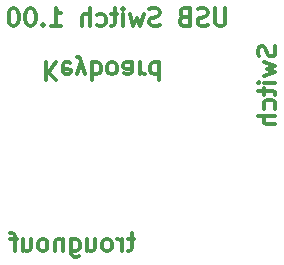
<source format=gbo>
G04 #@! TF.FileFunction,Legend,Bot*
%FSLAX46Y46*%
G04 Gerber Fmt 4.6, Leading zero omitted, Abs format (unit mm)*
G04 Created by KiCad (PCBNEW 4.0.1-stable) date Fri 01 Jan 2016 07:05:39 PM EST*
%MOMM*%
G01*
G04 APERTURE LIST*
%ADD10C,0.100000*%
%ADD11C,0.300000*%
G04 APERTURE END LIST*
D10*
D11*
X210792143Y-128758571D02*
X210863571Y-128972857D01*
X210863571Y-129330000D01*
X210792143Y-129472857D01*
X210720714Y-129544286D01*
X210577857Y-129615714D01*
X210435000Y-129615714D01*
X210292143Y-129544286D01*
X210220714Y-129472857D01*
X210149286Y-129330000D01*
X210077857Y-129044286D01*
X210006429Y-128901428D01*
X209935000Y-128830000D01*
X209792143Y-128758571D01*
X209649286Y-128758571D01*
X209506429Y-128830000D01*
X209435000Y-128901428D01*
X209363571Y-129044286D01*
X209363571Y-129401428D01*
X209435000Y-129615714D01*
X209863571Y-130115714D02*
X210863571Y-130401428D01*
X210149286Y-130687142D01*
X210863571Y-130972857D01*
X209863571Y-131258571D01*
X210863571Y-131830000D02*
X209863571Y-131830000D01*
X209363571Y-131830000D02*
X209435000Y-131758571D01*
X209506429Y-131830000D01*
X209435000Y-131901428D01*
X209363571Y-131830000D01*
X209506429Y-131830000D01*
X209863571Y-132330000D02*
X209863571Y-132901429D01*
X209363571Y-132544286D02*
X210649286Y-132544286D01*
X210792143Y-132615714D01*
X210863571Y-132758572D01*
X210863571Y-132901429D01*
X210792143Y-134044286D02*
X210863571Y-133901429D01*
X210863571Y-133615715D01*
X210792143Y-133472857D01*
X210720714Y-133401429D01*
X210577857Y-133330000D01*
X210149286Y-133330000D01*
X210006429Y-133401429D01*
X209935000Y-133472857D01*
X209863571Y-133615715D01*
X209863571Y-133901429D01*
X209935000Y-134044286D01*
X210863571Y-134687143D02*
X209363571Y-134687143D01*
X210863571Y-135330000D02*
X210077857Y-135330000D01*
X209935000Y-135258571D01*
X209863571Y-135115714D01*
X209863571Y-134901429D01*
X209935000Y-134758571D01*
X210006429Y-134687143D01*
X191429286Y-130131429D02*
X191429286Y-131631429D01*
X192286429Y-130131429D02*
X191643572Y-130988571D01*
X192286429Y-131631429D02*
X191429286Y-130774286D01*
X193500714Y-130202857D02*
X193357857Y-130131429D01*
X193072143Y-130131429D01*
X192929286Y-130202857D01*
X192857857Y-130345714D01*
X192857857Y-130917143D01*
X192929286Y-131060000D01*
X193072143Y-131131429D01*
X193357857Y-131131429D01*
X193500714Y-131060000D01*
X193572143Y-130917143D01*
X193572143Y-130774286D01*
X192857857Y-130631429D01*
X194072143Y-131131429D02*
X194429286Y-130131429D01*
X194786428Y-131131429D02*
X194429286Y-130131429D01*
X194286428Y-129774286D01*
X194215000Y-129702857D01*
X194072143Y-129631429D01*
X195357857Y-130131429D02*
X195357857Y-131631429D01*
X195357857Y-131060000D02*
X195500714Y-131131429D01*
X195786428Y-131131429D01*
X195929285Y-131060000D01*
X196000714Y-130988571D01*
X196072143Y-130845714D01*
X196072143Y-130417143D01*
X196000714Y-130274286D01*
X195929285Y-130202857D01*
X195786428Y-130131429D01*
X195500714Y-130131429D01*
X195357857Y-130202857D01*
X196929286Y-130131429D02*
X196786428Y-130202857D01*
X196715000Y-130274286D01*
X196643571Y-130417143D01*
X196643571Y-130845714D01*
X196715000Y-130988571D01*
X196786428Y-131060000D01*
X196929286Y-131131429D01*
X197143571Y-131131429D01*
X197286428Y-131060000D01*
X197357857Y-130988571D01*
X197429286Y-130845714D01*
X197429286Y-130417143D01*
X197357857Y-130274286D01*
X197286428Y-130202857D01*
X197143571Y-130131429D01*
X196929286Y-130131429D01*
X198715000Y-130131429D02*
X198715000Y-130917143D01*
X198643571Y-131060000D01*
X198500714Y-131131429D01*
X198215000Y-131131429D01*
X198072143Y-131060000D01*
X198715000Y-130202857D02*
X198572143Y-130131429D01*
X198215000Y-130131429D01*
X198072143Y-130202857D01*
X198000714Y-130345714D01*
X198000714Y-130488571D01*
X198072143Y-130631429D01*
X198215000Y-130702857D01*
X198572143Y-130702857D01*
X198715000Y-130774286D01*
X199429286Y-130131429D02*
X199429286Y-131131429D01*
X199429286Y-130845714D02*
X199500714Y-130988571D01*
X199572143Y-131060000D01*
X199715000Y-131131429D01*
X199857857Y-131131429D01*
X201000714Y-130131429D02*
X201000714Y-131631429D01*
X201000714Y-130202857D02*
X200857857Y-130131429D01*
X200572143Y-130131429D01*
X200429285Y-130202857D01*
X200357857Y-130274286D01*
X200286428Y-130417143D01*
X200286428Y-130845714D01*
X200357857Y-130988571D01*
X200429285Y-131060000D01*
X200572143Y-131131429D01*
X200857857Y-131131429D01*
X201000714Y-131060000D01*
X206627856Y-125543571D02*
X206627856Y-126757857D01*
X206556428Y-126900714D01*
X206484999Y-126972143D01*
X206342142Y-127043571D01*
X206056428Y-127043571D01*
X205913570Y-126972143D01*
X205842142Y-126900714D01*
X205770713Y-126757857D01*
X205770713Y-125543571D01*
X205127856Y-126972143D02*
X204913570Y-127043571D01*
X204556427Y-127043571D01*
X204413570Y-126972143D01*
X204342141Y-126900714D01*
X204270713Y-126757857D01*
X204270713Y-126615000D01*
X204342141Y-126472143D01*
X204413570Y-126400714D01*
X204556427Y-126329286D01*
X204842141Y-126257857D01*
X204984999Y-126186429D01*
X205056427Y-126115000D01*
X205127856Y-125972143D01*
X205127856Y-125829286D01*
X205056427Y-125686429D01*
X204984999Y-125615000D01*
X204842141Y-125543571D01*
X204484999Y-125543571D01*
X204270713Y-125615000D01*
X203127856Y-126257857D02*
X202913570Y-126329286D01*
X202842142Y-126400714D01*
X202770713Y-126543571D01*
X202770713Y-126757857D01*
X202842142Y-126900714D01*
X202913570Y-126972143D01*
X203056428Y-127043571D01*
X203627856Y-127043571D01*
X203627856Y-125543571D01*
X203127856Y-125543571D01*
X202984999Y-125615000D01*
X202913570Y-125686429D01*
X202842142Y-125829286D01*
X202842142Y-125972143D01*
X202913570Y-126115000D01*
X202984999Y-126186429D01*
X203127856Y-126257857D01*
X203627856Y-126257857D01*
X201056428Y-126972143D02*
X200842142Y-127043571D01*
X200484999Y-127043571D01*
X200342142Y-126972143D01*
X200270713Y-126900714D01*
X200199285Y-126757857D01*
X200199285Y-126615000D01*
X200270713Y-126472143D01*
X200342142Y-126400714D01*
X200484999Y-126329286D01*
X200770713Y-126257857D01*
X200913571Y-126186429D01*
X200984999Y-126115000D01*
X201056428Y-125972143D01*
X201056428Y-125829286D01*
X200984999Y-125686429D01*
X200913571Y-125615000D01*
X200770713Y-125543571D01*
X200413571Y-125543571D01*
X200199285Y-125615000D01*
X199699285Y-126043571D02*
X199413571Y-127043571D01*
X199127857Y-126329286D01*
X198842142Y-127043571D01*
X198556428Y-126043571D01*
X197984999Y-127043571D02*
X197984999Y-126043571D01*
X197984999Y-125543571D02*
X198056428Y-125615000D01*
X197984999Y-125686429D01*
X197913571Y-125615000D01*
X197984999Y-125543571D01*
X197984999Y-125686429D01*
X197484999Y-126043571D02*
X196913570Y-126043571D01*
X197270713Y-125543571D02*
X197270713Y-126829286D01*
X197199285Y-126972143D01*
X197056427Y-127043571D01*
X196913570Y-127043571D01*
X195770713Y-126972143D02*
X195913570Y-127043571D01*
X196199284Y-127043571D01*
X196342142Y-126972143D01*
X196413570Y-126900714D01*
X196484999Y-126757857D01*
X196484999Y-126329286D01*
X196413570Y-126186429D01*
X196342142Y-126115000D01*
X196199284Y-126043571D01*
X195913570Y-126043571D01*
X195770713Y-126115000D01*
X195127856Y-127043571D02*
X195127856Y-125543571D01*
X194484999Y-127043571D02*
X194484999Y-126257857D01*
X194556428Y-126115000D01*
X194699285Y-126043571D01*
X194913570Y-126043571D01*
X195056428Y-126115000D01*
X195127856Y-126186429D01*
X191842142Y-127043571D02*
X192699285Y-127043571D01*
X192270713Y-127043571D02*
X192270713Y-125543571D01*
X192413570Y-125757857D01*
X192556428Y-125900714D01*
X192699285Y-125972143D01*
X191199285Y-126900714D02*
X191127857Y-126972143D01*
X191199285Y-127043571D01*
X191270714Y-126972143D01*
X191199285Y-126900714D01*
X191199285Y-127043571D01*
X190199285Y-125543571D02*
X190056428Y-125543571D01*
X189913571Y-125615000D01*
X189842142Y-125686429D01*
X189770713Y-125829286D01*
X189699285Y-126115000D01*
X189699285Y-126472143D01*
X189770713Y-126757857D01*
X189842142Y-126900714D01*
X189913571Y-126972143D01*
X190056428Y-127043571D01*
X190199285Y-127043571D01*
X190342142Y-126972143D01*
X190413571Y-126900714D01*
X190484999Y-126757857D01*
X190556428Y-126472143D01*
X190556428Y-126115000D01*
X190484999Y-125829286D01*
X190413571Y-125686429D01*
X190342142Y-125615000D01*
X190199285Y-125543571D01*
X188770714Y-125543571D02*
X188627857Y-125543571D01*
X188485000Y-125615000D01*
X188413571Y-125686429D01*
X188342142Y-125829286D01*
X188270714Y-126115000D01*
X188270714Y-126472143D01*
X188342142Y-126757857D01*
X188413571Y-126900714D01*
X188485000Y-126972143D01*
X188627857Y-127043571D01*
X188770714Y-127043571D01*
X188913571Y-126972143D01*
X188985000Y-126900714D01*
X189056428Y-126757857D01*
X189127857Y-126472143D01*
X189127857Y-126115000D01*
X189056428Y-125829286D01*
X188985000Y-125686429D01*
X188913571Y-125615000D01*
X188770714Y-125543571D01*
X198925000Y-145093571D02*
X198353571Y-145093571D01*
X198710714Y-144593571D02*
X198710714Y-145879286D01*
X198639286Y-146022143D01*
X198496428Y-146093571D01*
X198353571Y-146093571D01*
X197853571Y-146093571D02*
X197853571Y-145093571D01*
X197853571Y-145379286D02*
X197782143Y-145236429D01*
X197710714Y-145165000D01*
X197567857Y-145093571D01*
X197425000Y-145093571D01*
X196710714Y-146093571D02*
X196853572Y-146022143D01*
X196925000Y-145950714D01*
X196996429Y-145807857D01*
X196996429Y-145379286D01*
X196925000Y-145236429D01*
X196853572Y-145165000D01*
X196710714Y-145093571D01*
X196496429Y-145093571D01*
X196353572Y-145165000D01*
X196282143Y-145236429D01*
X196210714Y-145379286D01*
X196210714Y-145807857D01*
X196282143Y-145950714D01*
X196353572Y-146022143D01*
X196496429Y-146093571D01*
X196710714Y-146093571D01*
X194925000Y-145093571D02*
X194925000Y-146093571D01*
X195567857Y-145093571D02*
X195567857Y-145879286D01*
X195496429Y-146022143D01*
X195353571Y-146093571D01*
X195139286Y-146093571D01*
X194996429Y-146022143D01*
X194925000Y-145950714D01*
X193567857Y-145093571D02*
X193567857Y-146307857D01*
X193639286Y-146450714D01*
X193710714Y-146522143D01*
X193853571Y-146593571D01*
X194067857Y-146593571D01*
X194210714Y-146522143D01*
X193567857Y-146022143D02*
X193710714Y-146093571D01*
X193996428Y-146093571D01*
X194139286Y-146022143D01*
X194210714Y-145950714D01*
X194282143Y-145807857D01*
X194282143Y-145379286D01*
X194210714Y-145236429D01*
X194139286Y-145165000D01*
X193996428Y-145093571D01*
X193710714Y-145093571D01*
X193567857Y-145165000D01*
X192853571Y-145093571D02*
X192853571Y-146093571D01*
X192853571Y-145236429D02*
X192782143Y-145165000D01*
X192639285Y-145093571D01*
X192425000Y-145093571D01*
X192282143Y-145165000D01*
X192210714Y-145307857D01*
X192210714Y-146093571D01*
X191282142Y-146093571D02*
X191425000Y-146022143D01*
X191496428Y-145950714D01*
X191567857Y-145807857D01*
X191567857Y-145379286D01*
X191496428Y-145236429D01*
X191425000Y-145165000D01*
X191282142Y-145093571D01*
X191067857Y-145093571D01*
X190925000Y-145165000D01*
X190853571Y-145236429D01*
X190782142Y-145379286D01*
X190782142Y-145807857D01*
X190853571Y-145950714D01*
X190925000Y-146022143D01*
X191067857Y-146093571D01*
X191282142Y-146093571D01*
X189496428Y-145093571D02*
X189496428Y-146093571D01*
X190139285Y-145093571D02*
X190139285Y-145879286D01*
X190067857Y-146022143D01*
X189924999Y-146093571D01*
X189710714Y-146093571D01*
X189567857Y-146022143D01*
X189496428Y-145950714D01*
X188996428Y-145093571D02*
X188424999Y-145093571D01*
X188782142Y-146093571D02*
X188782142Y-144807857D01*
X188710714Y-144665000D01*
X188567856Y-144593571D01*
X188424999Y-144593571D01*
M02*

</source>
